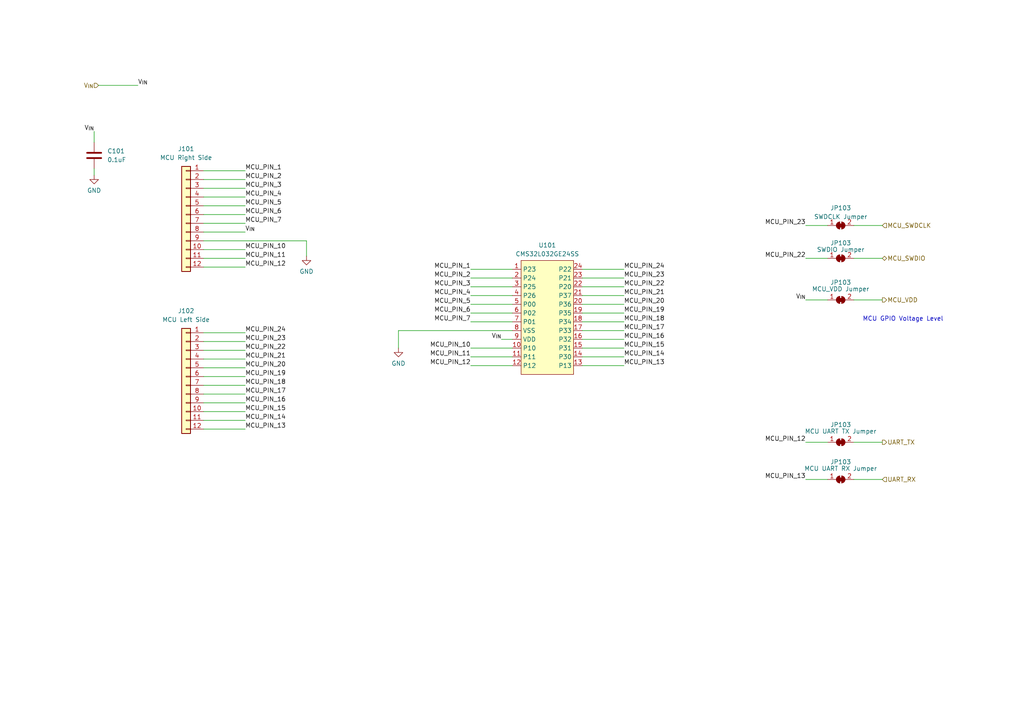
<source format=kicad_sch>
(kicad_sch (version 20230121) (generator eeschema)
  (paper "A4")
  (lib_symbols
    (symbol "Connector_Generic:Conn_01x12" (pin_names (offset 1.016) hide)
      (property "Reference" "J" (at 0 15.24 0))
      (property "Value" "Conn_01x12" (at 0 -17.78 0))
      (symbol "Conn_01x12_1_1"
        (rectangle (start -1.27 -15.113) (end 0 -15.367) (stroke (width 0.1524)))
        (rectangle (start -1.27 -12.573) (end 0 -12.827) (stroke (width 0.1524)))
        (rectangle (start -1.27 -10.033) (end 0 -10.287) (stroke (width 0.1524)))
        (rectangle (start -1.27 -7.493) (end 0 -7.747) (stroke (width 0.1524)))
        (rectangle (start -1.27 -4.953) (end 0 -5.207) (stroke (width 0.1524)))
        (rectangle (start -1.27 -2.413) (end 0 -2.667) (stroke (width 0.1524)))
        (rectangle (start -1.27 0.127) (end 0 -0.127) (stroke (width 0.1524)))
        (rectangle (start -1.27 2.667) (end 0 2.413) (stroke (width 0.1524)))
        (rectangle (start -1.27 5.207) (end 0 4.953) (stroke (width 0.1524)))
        (rectangle (start -1.27 7.747) (end 0 7.493) (stroke (width 0.1524)))
        (rectangle (start -1.27 10.287) (end 0 10.033) (stroke (width 0.1524)))
        (rectangle (start -1.27 12.827) (end 0 12.573) (stroke (width 0.1524)))
        (rectangle (start -1.27 13.97) (end 1.27 -16.51) (stroke (width 0.254)) (fill (type background)))
        (pin passive line (at -5.08 12.7 0) (length 3.81) (name "Pin_1") (number "1"))
        (pin passive line (at -5.08 -10.16 0) (length 3.81) (name "Pin_10") (number "10"))
        (pin passive line (at -5.08 -12.7 0) (length 3.81) (name "Pin_11") (number "11"))
        (pin passive line (at -5.08 -15.24 0) (length 3.81) (name "Pin_12") (number "12"))
        (pin passive line (at -5.08 10.16 0) (length 3.81) (name "Pin_2") (number "2"))
        (pin passive line (at -5.08 7.62 0) (length 3.81) (name "Pin_3") (number "3"))
        (pin passive line (at -5.08 5.08 0) (length 3.81) (name "Pin_4") (number "4"))
        (pin passive line (at -5.08 2.54 0) (length 3.81) (name "Pin_5") (number "5"))
        (pin passive line (at -5.08 0 0) (length 3.81) (name "Pin_6") (number "6"))
        (pin passive line (at -5.08 -2.54 0) (length 3.81) (name "Pin_7") (number "7"))
        (pin passive line (at -5.08 -5.08 0) (length 3.81) (name "Pin_8") (number "8"))
        (pin passive line (at -5.08 -7.62 0) (length 3.81) (name "Pin_9") (number "9"))
      )
    )
    (symbol "Device:C" (pin_numbers hide) (pin_names (offset 0.254))
      (property "Reference" "C" (at 0.635 2.54 0))
      (property "Value" "C" (at 0.635 -2.54 0))
      (symbol "C_0_1"
        (polyline (pts (xy -2.032 -0.762) (xy 2.032 -0.762)) (stroke (width 0.508)))
        (polyline (pts (xy -2.032 0.762) (xy 2.032 0.762)) (stroke (width 0.508)))
      )
      (symbol "C_1_1"
        (pin passive line (at 0 3.81 270) (length 2.794) (name "~") (number "1"))
        (pin passive line (at 0 -3.81 90) (length 2.794) (name "~") (number "2"))
      )
    )
    (symbol "IotPi_MCU_Cmsemicon:CMS32L032GE24SS"
      (property "Reference" "U" (at -6.35 17.78 0))
      (property "Value" "CMS32L032GE24SS" (at 0 -20.32 0))
      (symbol "CMS32L032GE24SS_1_1"
        (rectangle (start -7.62 15.24) (end 7.62 -17.78) (fill (type background)))
        (pin bidirectional line (at -10.16 12.7 0) (length 2.54) (name "P23") (number "1"))
        (pin bidirectional line (at -10.16 -10.16 0) (length 2.54) (name "P10") (number "10"))
        (pin bidirectional line (at -10.16 -12.7 0) (length 2.54) (name "P11") (number "11"))
        (pin bidirectional line (at -10.16 -15.24 0) (length 2.54) (name "P12") (number "12"))
        (pin bidirectional line (at 10.16 -15.24 180) (length 2.54) (name "P13") (number "13"))
        (pin bidirectional line (at 10.16 -12.7 180) (length 2.54) (name "P30") (number "14"))
        (pin bidirectional line (at 10.16 -10.16 180) (length 2.54) (name "P31") (number "15"))
        (pin bidirectional line (at 10.16 -7.62 180) (length 2.54) (name "P32") (number "16"))
        (pin bidirectional line (at 10.16 -5.08 180) (length 2.54) (name "P33") (number "17"))
        (pin bidirectional line (at 10.16 -2.54 180) (length 2.54) (name "P34") (number "18"))
        (pin bidirectional line (at 10.16 0 180) (length 2.54) (name "P35") (number "19"))
        (pin bidirectional line (at -10.16 10.16 0) (length 2.54) (name "P24") (number "2"))
        (pin bidirectional line (at 10.16 2.54 180) (length 2.54) (name "P36") (number "20"))
        (pin bidirectional line (at 10.16 5.08 180) (length 2.54) (name "P37") (number "21"))
        (pin bidirectional line (at 10.16 7.62 180) (length 2.54) (name "P20") (number "22"))
        (pin bidirectional line (at 10.16 10.16 180) (length 2.54) (name "P21") (number "23"))
        (pin bidirectional line (at 10.16 12.7 180) (length 2.54) (name "P22") (number "24"))
        (pin bidirectional line (at -10.16 7.62 0) (length 2.54) (name "P25") (number "3"))
        (pin bidirectional line (at -10.16 5.08 0) (length 2.54) (name "P26") (number "4"))
        (pin bidirectional line (at -10.16 2.54 0) (length 2.54) (name "P00") (number "5"))
        (pin bidirectional line (at -10.16 0 0) (length 2.54) (name "P02") (number "6"))
        (pin bidirectional line (at -10.16 -2.54 0) (length 2.54) (name "P01") (number "7"))
        (pin power_in line (at -10.16 -5.08 0) (length 2.54) (name "VSS") (number "8"))
        (pin power_in line (at -10.16 -7.62 0) (length 2.54) (name "VDD") (number "9"))
      )
    )
    (symbol "Jumper:SolderJumper_2_Bridged" (pin_names (offset 0) hide)
      (property "Reference" "JP" (at 0 2.032 0))
      (property "Value" "SolderJumper_2_Bridged" (at 0 -2.54 0))
      (symbol "SolderJumper_2_Bridged_0_1"
        (rectangle (start -0.508 0.508) (end 0.508 -0.508) (fill (type outline)))
        (arc (start -0.254 1.016) (mid -1.2656 0) (end -0.254 -1.016))
        (arc (start -0.254 1.016) (mid -1.2656 0) (end -0.254 -1.016) (fill (type outline)))
        (polyline (pts (xy -0.254 1.016) (xy -0.254 -1.016)))
        (polyline (pts (xy 0.254 1.016) (xy 0.254 -1.016)))
        (arc (start 0.254 -1.016) (mid 1.2656 0) (end 0.254 1.016))
        (arc (start 0.254 -1.016) (mid 1.2656 0) (end 0.254 1.016) (fill (type outline)))
      )
      (symbol "SolderJumper_2_Bridged_1_1"
        (pin passive line (at -3.81 0 0) (length 2.54) (name "A") (number "1"))
        (pin passive line (at 3.81 0 180) (length 2.54) (name "B") (number "2"))
      )
    )
    (symbol "power:GND" (power) (pin_names (offset 0))
      (property "Value" "GND" (at 0 -3.81 0))
      (symbol "GND_0_1"
        (polyline (pts (xy 0 0) (xy 0 -1.27) (xy 1.27 -1.27) (xy 0 -2.54) (xy -1.27 -1.27) (xy 0 -1.27)))
      )
      (symbol "GND_1_1"
        (pin power_in line (at 0 0 270) (length 0) hide (name "GND") (number "1"))
      )
    )
  )
  (wire (pts (xy 59.055 74.93) (xy 71.12 74.93)))
  (wire (pts (xy 59.055 57.15) (xy 71.12 57.15)))
  (wire (pts (xy 247.65 74.93) (xy 255.905 74.93)))
  (wire (pts (xy 247.65 86.995) (xy 255.905 86.995)))
  (wire (pts (xy 59.055 64.77) (xy 71.12 64.77)))
  (wire (pts (xy 59.055 72.39) (xy 71.12 72.39)))
  (wire (pts (xy 168.91 78.105) (xy 180.975 78.105)))
  (wire (pts (xy 168.91 103.505) (xy 180.975 103.505)))
  (wire (pts (xy 59.055 54.61) (xy 71.12 54.61)))
  (wire (pts (xy 59.055 101.6) (xy 71.12 101.6)))
  (wire (pts (xy 59.055 121.92) (xy 71.12 121.92)))
  (wire (pts (xy 27.305 38.1) (xy 27.305 41.275)))
  (wire (pts (xy 145.415 98.425) (xy 148.59 98.425)))
  (wire (pts (xy 59.055 106.68) (xy 71.12 106.68)))
  (wire (pts (xy 233.68 86.995) (xy 240.03 86.995)))
  (wire (pts (xy 168.91 83.185) (xy 180.975 83.185)))
  (wire (pts (xy 168.91 80.645) (xy 180.975 80.645)))
  (wire (pts (xy 148.59 95.885) (xy 115.57 95.885)))
  (wire (pts (xy 168.91 100.965) (xy 180.975 100.965)))
  (wire (pts (xy 27.305 48.895) (xy 27.305 50.8)))
  (wire (pts (xy 233.68 139.065) (xy 240.03 139.065)))
  (wire (pts (xy 59.055 69.85) (xy 88.9 69.85)))
  (wire (pts (xy 247.65 139.065) (xy 255.905 139.065)))
  (wire (pts (xy 148.59 106.045) (xy 136.525 106.045)))
  (wire (pts (xy 59.055 104.14) (xy 71.12 104.14)))
  (wire (pts (xy 59.055 96.52) (xy 71.12 96.52)))
  (wire (pts (xy 168.91 93.345) (xy 180.975 93.345)))
  (wire (pts (xy 148.59 78.105) (xy 136.525 78.105)))
  (wire (pts (xy 233.68 128.27) (xy 240.03 128.27)))
  (wire (pts (xy 59.055 62.23) (xy 71.12 62.23)))
  (wire (pts (xy 168.91 95.885) (xy 180.975 95.885)))
  (wire (pts (xy 59.055 124.46) (xy 71.12 124.46)))
  (wire (pts (xy 59.055 59.69) (xy 71.12 59.69)))
  (wire (pts (xy 233.68 74.93) (xy 240.03 74.93)))
  (wire (pts (xy 59.055 99.06) (xy 71.12 99.06)))
  (wire (pts (xy 148.59 88.265) (xy 136.525 88.265)))
  (wire (pts (xy 233.68 65.405) (xy 240.03 65.405)))
  (wire (pts (xy 59.055 109.22) (xy 71.12 109.22)))
  (wire (pts (xy 168.91 98.425) (xy 180.975 98.425)))
  (wire (pts (xy 247.65 65.405) (xy 255.905 65.405)))
  (wire (pts (xy 148.59 93.345) (xy 136.525 93.345)))
  (wire (pts (xy 148.59 103.505) (xy 136.525 103.505)))
  (wire (pts (xy 148.59 100.965) (xy 136.525 100.965)))
  (wire (pts (xy 59.055 67.31) (xy 71.12 67.31)))
  (wire (pts (xy 148.59 83.185) (xy 136.525 83.185)))
  (wire (pts (xy 59.055 119.38) (xy 71.12 119.38)))
  (wire (pts (xy 168.91 88.265) (xy 180.975 88.265)))
  (wire (pts (xy 59.055 77.47) (xy 71.12 77.47)))
  (wire (pts (xy 59.055 111.76) (xy 71.12 111.76)))
  (wire (pts (xy 59.055 114.3) (xy 71.12 114.3)))
  (wire (pts (xy 28.575 24.765) (xy 40.005 24.765)))
  (wire (pts (xy 168.91 90.805) (xy 180.975 90.805)))
  (wire (pts (xy 168.91 106.045) (xy 180.975 106.045)))
  (wire (pts (xy 148.59 80.645) (xy 136.525 80.645)))
  (wire (pts (xy 148.59 90.805) (xy 136.525 90.805)))
  (wire (pts (xy 168.91 85.725) (xy 180.975 85.725)))
  (wire (pts (xy 59.055 49.53) (xy 71.12 49.53)))
  (wire (pts (xy 148.59 85.725) (xy 136.525 85.725)))
  (wire (pts (xy 115.57 95.885) (xy 115.57 100.965)))
  (wire (pts (xy 59.055 116.84) (xy 71.12 116.84)))
  (wire (pts (xy 88.9 69.85) (xy 88.9 74.295)))
  (wire (pts (xy 247.65 128.27) (xy 255.905 128.27)))
  (wire (pts (xy 59.055 52.07) (xy 71.12 52.07)))
  (text "MCU GPIO Voltage Level" (at 250.19 93.345 0) (effects (font (size 1.27 1.27)) (justify left bottom)))
  (label "MCU_PIN_12" (at 71.12 77.47 0))
  (label "MCU_PIN_3" (at 136.525 83.185 180))
  (label "MCU_PIN_23" (at 71.12 99.06 0))
  (label "MCU_PIN_23" (at 180.975 80.645 0))
  (label "MCU_PIN_14" (at 180.975 103.505 0))
  (label "MCU_PIN_11" (at 71.12 74.93 0))
  (label "V_{IN}" (at 233.68 86.995 180))
  (label "MCU_PIN_7" (at 71.12 64.77 0))
  (label "MCU_PIN_15" (at 180.975 100.965 0))
  (label "MCU_PIN_16" (at 71.12 116.84 0))
  (label "MCU_PIN_5" (at 136.525 88.265 180))
  (label "MCU_PIN_5" (at 71.12 59.69 0))
  (label "MCU_PIN_7" (at 136.525 93.345 180))
  (label "MCU_PIN_20" (at 71.12 106.68 0))
  (label "MCU_PIN_17" (at 71.12 114.3 0))
  (label "MCU_PIN_22" (at 71.12 101.6 0))
  (label "MCU_PIN_3" (at 71.12 54.61 0))
  (label "MCU_PIN_22" (at 180.975 83.185 0))
  (label "MCU_PIN_4" (at 136.525 85.725 180))
  (label "MCU_PIN_24" (at 180.975 78.105 0))
  (label "MCU_PIN_17" (at 180.975 95.885 0))
  (label "MCU_PIN_6" (at 71.12 62.23 0))
  (label "MCU_PIN_2" (at 136.525 80.645 180))
  (label "MCU_PIN_1" (at 136.525 78.105 180))
  (label "V_{IN}" (at 71.12 67.31 0))
  (label "MCU_PIN_14" (at 71.12 121.92 0))
  (label "MCU_PIN_13" (at 71.12 124.46 0))
  (label "MCU_PIN_12" (at 136.525 106.045 180))
  (label "MCU_PIN_18" (at 71.12 111.76 0))
  (label "MCU_PIN_20" (at 180.975 88.265 0))
  (label "MCU_PIN_12" (at 233.68 128.27 180))
  (label "MCU_PIN_23" (at 233.68 65.405 180))
  (label "MCU_PIN_16" (at 180.975 98.425 0))
  (label "MCU_PIN_1" (at 71.12 49.53 0))
  (label "V_{IN}" (at 40.005 24.765 0))
  (label "MCU_PIN_22" (at 233.68 74.93 180))
  (label "MCU_PIN_13" (at 233.68 139.065 180))
  (label "MCU_PIN_15" (at 71.12 119.38 0))
  (label "MCU_PIN_6" (at 136.525 90.805 180))
  (label "MCU_PIN_21" (at 180.975 85.725 0))
  (label "MCU_PIN_10" (at 136.525 100.965 180))
  (label "MCU_PIN_4" (at 71.12 57.15 0))
  (label "MCU_PIN_19" (at 180.975 90.805 0))
  (label "V_{IN}" (at 145.415 98.425 180))
  (label "MCU_PIN_2" (at 71.12 52.07 0))
  (label "MCU_PIN_13" (at 180.975 106.045 0))
  (label "MCU_PIN_21" (at 71.12 104.14 0))
  (label "MCU_PIN_19" (at 71.12 109.22 0))
  (label "MCU_PIN_24" (at 71.12 96.52 0))
  (label "MCU_PIN_11" (at 136.525 103.505 180))
  (label "MCU_PIN_10" (at 71.12 72.39 0))
  (label "MCU_PIN_18" (at 180.975 93.345 0))
  (label "V_{IN}" (at 27.305 38.1 180))
  (hierarchical_label "V_{IN}" (shape input) (at 28.575 24.765 180))
  (hierarchical_label "UART_TX" (shape output) (at 255.905 128.27 0))
  (hierarchical_label "MCU_SWDIO" (shape bidirectional) (at 255.905 74.93 0))
  (hierarchical_label "MCU_VDD" (shape output) (at 255.905 86.995 0))
  (hierarchical_label "UART_RX" (shape input) (at 255.905 139.065 0))
  (hierarchical_label "MCU_SWDCLK" (shape input) (at 255.905 65.405 0))
  (symbol (lib_id "Device:C") (at 27.305 45.085 0) (unit 1)
    (property "Reference" "C101" (at 31.115 43.815 0) (effects (justify left)))
    (property "Value" "0.1uF" (at 31.115 46.355 0) (effects (justify left)))
    (property "Footprint" "Capacitor_SMD:C_0805_2012Metric_Pad1.18x1.45mm_HandSolder" (effects hide))
    (instances (project "CMS32L032GE24SS-SoM" (path "" (reference "C101") (unit 1))) (project "CMS32L032GE24SS-Core" (path "" (reference "C101") (unit 1))) (project "cms32l032-devbrd" (path "" (reference "C101") (unit 1)) (path "" (reference "C201") (unit 1))))
  )
  (symbol (lib_id "Jumper:SolderJumper_2_Bridged") (at 243.84 74.93 0) (unit 1)
    (property "Reference" "JP103" (at 243.84 70.485 0))
    (property "Value" "SWDIO Jumper" (at 243.84 72.39 0))
    (property "Footprint" "Jumper:SolderJumper-2_P1.3mm_Bridged2Bar_RoundedPad1.0x1.5mm" (effects hide))
    (instances (project "CMS32L032GE24SS-SoM" (path "" (reference "JP103") (unit 1)) (path "" (reference "JP202") (unit 1))))
  )
  (symbol (lib_id "power:GND") (at 27.305 50.8 0) (unit 1)
    (property "Reference" "#PWR0102" (effects hide))
    (property "Value" "GND" (at 27.305 55.245 0))
    (instances (project "CMS32L032GE24SS-SoM" (path "" (reference "#PWR0102") (unit 1))) (project "CMS32L032GE24SS-Core" (path "" (reference "#PWR0102") (unit 1))) (project "cms32l032-devbrd" (path "" (reference "#PWR0102") (unit 1)) (path "" (reference "#PWR0202") (unit 1))))
  )
  (symbol (lib_id "Connector_Generic:Conn_01x12") (at 53.975 62.23 0) (mirror y) (unit 1)
    (property "Reference" "J101" (at 53.975 43.18 0))
    (property "Value" "MCU Right Side" (at 53.975 45.72 0))
    (property "Footprint" "Connector_PinHeader_2.54mm:PinHeader_1x12_P2.54mm_Vertical" (effects hide))
    (instances (project "CMS32L032GE24SS-SoM" (path "" (reference "J101") (unit 1))) (project "CMS32L032GE24SS-Core" (path "" (reference "J101") (unit 1))) (project "cms32l032-devbrd" (path "" (reference "J101") (unit 1)) (path "" (reference "J201") (unit 1))))
  )
  (symbol (lib_id "power:GND") (at 115.57 100.965 0) (unit 1)
    (property "Reference" "#PWR0101" (effects hide))
    (property "Value" "GND" (at 115.57 105.41 0))
    (instances (project "CMS32L032GE24SS-SoM" (path "" (reference "#PWR0101") (unit 1))) (project "CMS32L032GE24SS-Core" (path "" (reference "#PWR0101") (unit 1))) (project "cms32l032-devbrd" (path "" (reference "#PWR0101") (unit 1)) (path "" (reference "#PWR0201") (unit 1))))
  )
  (symbol (lib_id "IotPi_MCU_Cmsemicon:CMS32L032GE24SS") (at 158.75 90.805 0) (unit 1)
    (property "Reference" "U101" (at 158.75 71.12 0))
    (property "Value" "CMS32L032GE24SS" (at 158.75 73.66 0))
    (property "Footprint" "Package_SO:SSOP-24_3.9x8.7mm_P0.635mm" (effects hide))
    (property "Datasheet" "https://www.mcu.com.cn/uploads/img1/tupian/CMS32L032%20Datasheet_V1.0.1.pdf" (effects hide))
    (instances (project "CMS32L032GE24SS-SoM" (path "" (reference "U101") (unit 1))) (project "CMS32L032GE24SS-Core" (path "" (reference "U101") (unit 1))) (project "cms32l032-devbrd" (path "" (reference "U101") (unit 1)) (path "" (reference "U201") (unit 1))))
  )
  (symbol (lib_id "Jumper:SolderJumper_2_Bridged") (at 243.84 65.405 0) (unit 1)
    (property "Reference" "JP103" (at 243.84 60.325 0))
    (property "Value" "SWDCLK Jumper" (at 243.84 62.865 0))
    (property "Footprint" "Jumper:SolderJumper-2_P1.3mm_Bridged2Bar_RoundedPad1.0x1.5mm" (effects hide))
    (instances (project "CMS32L032GE24SS-SoM" (path "" (reference "JP103") (unit 1)) (path "" (reference "JP201") (unit 1))))
  )
  (symbol (lib_id "power:GND") (at 88.9 74.295 0) (unit 1)
    (property "Reference" "#PWR0201" (effects hide))
    (property "Value" "GND" (at 88.9 78.74 0))
    (instances (project "CMS32L032GE24SS-SoM" (path "" (reference "#PWR0201") (unit 1))) (project "CMS32L032GE24SS-Core" (path "" (reference "#PWR0101") (unit 1))) (project "cms32l032-devbrd" (path "" (reference "#PWR0101") (unit 1)) (path "" (reference "#PWR0201") (unit 1))))
  )
  (symbol (lib_id "Jumper:SolderJumper_2_Bridged") (at 243.84 128.27 0) (unit 1)
    (property "Reference" "JP103" (at 243.84 123.19 0))
    (property "Value" "MCU UART TX Jumper" (at 243.84 125.095 0))
    (property "Footprint" "Jumper:SolderJumper-2_P1.3mm_Bridged2Bar_RoundedPad1.0x1.5mm" (effects hide))
    (instances (project "CMS32L032GE24SS-SoM" (path "" (reference "JP103") (unit 1)) (path "" (reference "JP204") (unit 1))))
  )
  (symbol (lib_id "Jumper:SolderJumper_2_Bridged") (at 243.84 86.995 0) (unit 1)
    (property "Reference" "JP103" (at 243.84 81.915 0))
    (property "Value" "MCU_VDD Jumper" (at 243.84 83.82 0))
    (property "Footprint" "Jumper:SolderJumper-2_P1.3mm_Bridged2Bar_RoundedPad1.0x1.5mm" (effects hide))
    (instances (project "CMS32L032GE24SS-SoM" (path "" (reference "JP103") (unit 1)) (path "" (reference "JP203") (unit 1))))
  )
  (symbol (lib_id "Connector_Generic:Conn_01x12") (at 53.975 109.22 0) (mirror y) (unit 1)
    (property "Reference" "J102" (at 53.975 90.17 0))
    (property "Value" "MCU Left Side" (at 53.975 92.71 0))
    (property "Footprint" "Connector_PinHeader_2.54mm:PinHeader_1x12_P2.54mm_Vertical" (effects hide))
    (instances (project "CMS32L032GE24SS-SoM" (path "" (reference "J102") (unit 1))) (project "CMS32L032GE24SS-Core" (path "" (reference "J102") (unit 1))) (project "cms32l032-devbrd" (path "" (reference "J102") (unit 1)) (path "" (reference "J202") (unit 1))))
  )
  (symbol (lib_id "Jumper:SolderJumper_2_Bridged") (at 243.84 139.065 0) (unit 1)
    (property "Reference" "JP103" (at 243.84 133.985 0))
    (property "Value" "MCU UART RX Jumper" (at 243.84 135.89 0))
    (property "Footprint" "Jumper:SolderJumper-2_P1.3mm_Bridged2Bar_RoundedPad1.0x1.5mm" (effects hide))
    (instances (project "CMS32L032GE24SS-SoM" (path "" (reference "JP103") (unit 1)) (path "" (reference "JP205") (unit 1))))
  )
)
</source>
